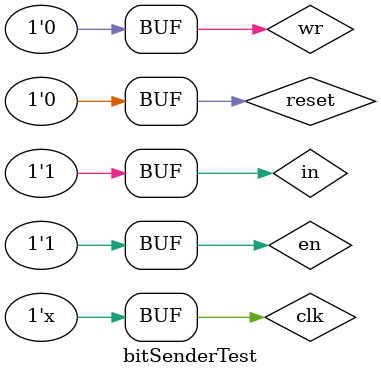
<source format=v>
`timescale 1ns / 1ps

module bitSenderTest;

	// Inputs
	reg clk;
	reg en;
	reg reset;
	reg wr;
	reg in;

	// Outputs
	wire sent;
	wire out;

	// Instantiate the Unit Under Test (UUT)
	bitSender uut (
		.clk(clk), 
		.en(en), 
		.reset(reset), 
		.wr(wr), 
		.in(in), 
		.sent(sent), 
		.out(out)
	);

	initial begin
		// Initialize Inputs
		clk = 0;
		en = 1;
		reset = 0;
		wr = 0;
		in = 0;

		#100;
      in = 1;
		wr = 1;
		#100;
		wr = 0;
		// Add stimulus here

	end
	always begin
		#10
		clk <= ~clk;
	end
      
endmodule


</source>
